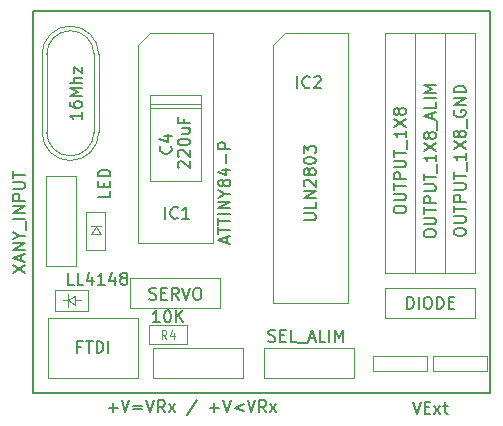
<source format=gbr>
G04 #@! TF.GenerationSoftware,KiCad,Pcbnew,(5.0.2)-1*
G04 #@! TF.CreationDate,2019-02-21T17:55:16+01:00*
G04 #@! TF.ProjectId,MutltiSwitch_Sw8,4d75746c-7469-4537-9769-7463685f5377,0.1*
G04 #@! TF.SameCoordinates,Original*
G04 #@! TF.FileFunction,Other,Fab,Top*
%FSLAX46Y46*%
G04 Gerber Fmt 4.6, Leading zero omitted, Abs format (unit mm)*
G04 Created by KiCad (PCBNEW (5.0.2)-1) date 21/02/2019 17:55:16*
%MOMM*%
%LPD*%
G01*
G04 APERTURE LIST*
%ADD10C,0.200000*%
%ADD11C,0.100000*%
%ADD12C,0.150000*%
%ADD13C,0.105000*%
G04 APERTURE END LIST*
D10*
X133350000Y-88265000D02*
X133350000Y-120650000D01*
X172085000Y-88265000D02*
X172085000Y-120650000D01*
X172085000Y-120650000D02*
X133350000Y-120650000D01*
X172085000Y-88265000D02*
X133350000Y-88265000D01*
D11*
G04 #@! TO.C,X1*
X134525000Y-98550000D02*
G75*
G03X136525000Y-100550000I2000000J0D01*
G01*
X136525000Y-100550000D02*
G75*
G03X138525000Y-98550000I0J2000000D01*
G01*
X136525000Y-89950000D02*
G75*
G03X134525000Y-91950000I0J-2000000D01*
G01*
X138525000Y-91950000D02*
G75*
G03X136525000Y-89950000I-2000000J0D01*
G01*
X138525000Y-98650000D02*
X138525000Y-91850000D01*
X134525000Y-98650000D02*
X134525000Y-91850000D01*
X134125000Y-91950000D02*
X134125000Y-98550000D01*
X138925000Y-98550000D02*
X138925000Y-91950000D01*
X134125000Y-98550000D02*
G75*
G03X136525000Y-100950000I2400000J0D01*
G01*
X136525000Y-100950000D02*
G75*
G03X138925000Y-98550000I0J2400000D01*
G01*
X136525000Y-89550000D02*
G75*
G03X134125000Y-91950000I0J-2400000D01*
G01*
X138925000Y-91950000D02*
G75*
G03X136525000Y-89550000I-2400000J0D01*
G01*
G04 #@! TO.C,P10*
X168275000Y-108585000D02*
X168275000Y-110490000D01*
X168275000Y-110490000D02*
X170815000Y-110490000D01*
X170815000Y-110490000D02*
X170815000Y-108585000D01*
X170815000Y-90170000D02*
X170815000Y-108585000D01*
X168275000Y-108585000D02*
X168275000Y-90170000D01*
X170815000Y-90170000D02*
X168275000Y-90170000D01*
G04 #@! TO.C,P7*
X165735000Y-108585000D02*
X165735000Y-110490000D01*
X165735000Y-110490000D02*
X168275000Y-110490000D01*
X168275000Y-110490000D02*
X168275000Y-108585000D01*
X168275000Y-90170000D02*
X168275000Y-108585000D01*
X165735000Y-108585000D02*
X165735000Y-90170000D01*
X168275000Y-90170000D02*
X165735000Y-90170000D01*
G04 #@! TO.C,IC1*
X143240000Y-90170000D02*
X148590000Y-90170000D01*
X148590000Y-90170000D02*
X148590000Y-107950000D01*
X148590000Y-107950000D02*
X142240000Y-107950000D01*
X142240000Y-107950000D02*
X142240000Y-91170000D01*
X142240000Y-91170000D02*
X143240000Y-90170000D01*
G04 #@! TO.C,P6*
X166751000Y-118745000D02*
X166751000Y-117475000D01*
X166751000Y-117475000D02*
X162179000Y-117475000D01*
X162179000Y-117475000D02*
X162179000Y-118745000D01*
X162179000Y-118745000D02*
X166751000Y-118745000D01*
X171831000Y-118745000D02*
X171831000Y-117475000D01*
X171831000Y-117475000D02*
X167259000Y-117475000D01*
X167259000Y-117475000D02*
X167259000Y-118745000D01*
X167259000Y-118745000D02*
X171831000Y-118745000D01*
G04 #@! TO.C,P5*
X163195000Y-108585000D02*
X163195000Y-110490000D01*
X163195000Y-110490000D02*
X165735000Y-110490000D01*
X165735000Y-110490000D02*
X165735000Y-108585000D01*
X165735000Y-90170000D02*
X165735000Y-108585000D01*
X163195000Y-108585000D02*
X163195000Y-90170000D01*
X165735000Y-90170000D02*
X163195000Y-90170000D01*
G04 #@! TO.C,D1*
X139084000Y-106485000D02*
X138284000Y-106485000D01*
X138684000Y-106535000D02*
X139084000Y-107135000D01*
X138284000Y-107135000D02*
X138684000Y-106535000D01*
X139084000Y-107135000D02*
X138284000Y-107135000D01*
X137884000Y-108535000D02*
X137884000Y-105335000D01*
X139484000Y-108535000D02*
X137884000Y-108535000D01*
X139484000Y-105335000D02*
X139484000Y-108535000D01*
X137884000Y-105335000D02*
X139484000Y-105335000D01*
G04 #@! TO.C,IC2*
X154670000Y-90170000D02*
X160020000Y-90170000D01*
X160020000Y-90170000D02*
X160020000Y-113030000D01*
X160020000Y-113030000D02*
X153670000Y-113030000D01*
X153670000Y-113030000D02*
X153670000Y-91170000D01*
X153670000Y-91170000D02*
X154670000Y-90170000D01*
G04 #@! TO.C,P1*
X143510000Y-119380000D02*
X151130000Y-119380000D01*
X151130000Y-119380000D02*
X151130000Y-116840000D01*
X151130000Y-116840000D02*
X143510000Y-116840000D01*
X143510000Y-116840000D02*
X143510000Y-119380000D01*
G04 #@! TO.C,P2*
X134493000Y-102235000D02*
X134493000Y-109855000D01*
X134493000Y-109855000D02*
X137033000Y-109855000D01*
X137033000Y-109855000D02*
X137033000Y-102235000D01*
X137033000Y-102235000D02*
X134493000Y-102235000D01*
G04 #@! TO.C,P3*
X141605000Y-113411000D02*
X149225000Y-113411000D01*
X149225000Y-113411000D02*
X149225000Y-110871000D01*
X149225000Y-110871000D02*
X141605000Y-110871000D01*
X141605000Y-110871000D02*
X141605000Y-113411000D01*
G04 #@! TO.C,P4*
X163195000Y-114300000D02*
X170815000Y-114300000D01*
X170815000Y-114300000D02*
X170815000Y-111760000D01*
X170815000Y-111760000D02*
X163195000Y-111760000D01*
X163195000Y-111760000D02*
X163195000Y-114300000D01*
G04 #@! TO.C,D3*
X136902000Y-112776000D02*
X137402000Y-112776000D01*
X136902000Y-113176000D02*
X136302000Y-112776000D01*
X136902000Y-112376000D02*
X136902000Y-113176000D01*
X136302000Y-112776000D02*
X136902000Y-112376000D01*
X136302000Y-112776000D02*
X136302000Y-113326000D01*
X136302000Y-112776000D02*
X136302000Y-112226000D01*
X135902000Y-112776000D02*
X136302000Y-112776000D01*
X135252000Y-113676000D02*
X135252000Y-111876000D01*
X138052000Y-113676000D02*
X135252000Y-113676000D01*
X138052000Y-111876000D02*
X138052000Y-113676000D01*
X135252000Y-111876000D02*
X138052000Y-111876000D01*
G04 #@! TO.C,P8*
X152908000Y-119380000D02*
X160528000Y-119380000D01*
X160528000Y-119380000D02*
X160528000Y-116840000D01*
X160528000Y-116840000D02*
X152908000Y-116840000D01*
X152908000Y-116840000D02*
X152908000Y-119380000D01*
G04 #@! TO.C,R4*
X146380000Y-114897000D02*
X146380000Y-116497000D01*
X143180000Y-114897000D02*
X146380000Y-114897000D01*
X143180000Y-116497000D02*
X143180000Y-114897000D01*
X146380000Y-116497000D02*
X143180000Y-116497000D01*
G04 #@! TO.C,P9*
X134620000Y-119380000D02*
X142240000Y-119380000D01*
X142240000Y-119380000D02*
X142240000Y-114300000D01*
X142240000Y-114300000D02*
X134620000Y-114300000D01*
X134620000Y-114300000D02*
X134620000Y-119380000D01*
G04 #@! TO.C,C4*
X147565000Y-95410000D02*
X143265000Y-95410000D01*
X143265000Y-95410000D02*
X143265000Y-102710000D01*
X143265000Y-102710000D02*
X147565000Y-102710000D01*
X147565000Y-102710000D02*
X147565000Y-95410000D01*
X147565000Y-96140000D02*
X143265000Y-96140000D01*
X147565000Y-96505000D02*
X143265000Y-96505000D01*
G04 #@! TD*
G04 #@! TO.C,X1*
D12*
X137477380Y-96869047D02*
X137477380Y-97440476D01*
X137477380Y-97154761D02*
X136477380Y-97154761D01*
X136620238Y-97250000D01*
X136715476Y-97345238D01*
X136763095Y-97440476D01*
X136477380Y-96011904D02*
X136477380Y-96202380D01*
X136525000Y-96297619D01*
X136572619Y-96345238D01*
X136715476Y-96440476D01*
X136905952Y-96488095D01*
X137286904Y-96488095D01*
X137382142Y-96440476D01*
X137429761Y-96392857D01*
X137477380Y-96297619D01*
X137477380Y-96107142D01*
X137429761Y-96011904D01*
X137382142Y-95964285D01*
X137286904Y-95916666D01*
X137048809Y-95916666D01*
X136953571Y-95964285D01*
X136905952Y-96011904D01*
X136858333Y-96107142D01*
X136858333Y-96297619D01*
X136905952Y-96392857D01*
X136953571Y-96440476D01*
X137048809Y-96488095D01*
X137477380Y-95488095D02*
X136477380Y-95488095D01*
X137191666Y-95154761D01*
X136477380Y-94821428D01*
X137477380Y-94821428D01*
X137477380Y-94345238D02*
X136477380Y-94345238D01*
X137477380Y-93916666D02*
X136953571Y-93916666D01*
X136858333Y-93964285D01*
X136810714Y-94059523D01*
X136810714Y-94202380D01*
X136858333Y-94297619D01*
X136905952Y-94345238D01*
X136810714Y-93535714D02*
X136810714Y-93011904D01*
X137477380Y-93535714D01*
X137477380Y-93011904D01*
G04 #@! TO.C,P10*
X168997380Y-107084047D02*
X168997380Y-106893571D01*
X169045000Y-106798333D01*
X169140238Y-106703095D01*
X169330714Y-106655476D01*
X169664047Y-106655476D01*
X169854523Y-106703095D01*
X169949761Y-106798333D01*
X169997380Y-106893571D01*
X169997380Y-107084047D01*
X169949761Y-107179285D01*
X169854523Y-107274523D01*
X169664047Y-107322142D01*
X169330714Y-107322142D01*
X169140238Y-107274523D01*
X169045000Y-107179285D01*
X168997380Y-107084047D01*
X168997380Y-106226904D02*
X169806904Y-106226904D01*
X169902142Y-106179285D01*
X169949761Y-106131666D01*
X169997380Y-106036428D01*
X169997380Y-105845952D01*
X169949761Y-105750714D01*
X169902142Y-105703095D01*
X169806904Y-105655476D01*
X168997380Y-105655476D01*
X168997380Y-105322142D02*
X168997380Y-104750714D01*
X169997380Y-105036428D02*
X168997380Y-105036428D01*
X169997380Y-104417380D02*
X168997380Y-104417380D01*
X168997380Y-104036428D01*
X169045000Y-103941190D01*
X169092619Y-103893571D01*
X169187857Y-103845952D01*
X169330714Y-103845952D01*
X169425952Y-103893571D01*
X169473571Y-103941190D01*
X169521190Y-104036428D01*
X169521190Y-104417380D01*
X168997380Y-103417380D02*
X169806904Y-103417380D01*
X169902142Y-103369761D01*
X169949761Y-103322142D01*
X169997380Y-103226904D01*
X169997380Y-103036428D01*
X169949761Y-102941190D01*
X169902142Y-102893571D01*
X169806904Y-102845952D01*
X168997380Y-102845952D01*
X168997380Y-102512619D02*
X168997380Y-101941190D01*
X169997380Y-102226904D02*
X168997380Y-102226904D01*
X170092619Y-101845952D02*
X170092619Y-101084047D01*
X169997380Y-100322142D02*
X169997380Y-100893571D01*
X169997380Y-100607857D02*
X168997380Y-100607857D01*
X169140238Y-100703095D01*
X169235476Y-100798333D01*
X169283095Y-100893571D01*
X168997380Y-99988809D02*
X169997380Y-99322142D01*
X168997380Y-99322142D02*
X169997380Y-99988809D01*
X169425952Y-98798333D02*
X169378333Y-98893571D01*
X169330714Y-98941190D01*
X169235476Y-98988809D01*
X169187857Y-98988809D01*
X169092619Y-98941190D01*
X169045000Y-98893571D01*
X168997380Y-98798333D01*
X168997380Y-98607857D01*
X169045000Y-98512619D01*
X169092619Y-98465000D01*
X169187857Y-98417380D01*
X169235476Y-98417380D01*
X169330714Y-98465000D01*
X169378333Y-98512619D01*
X169425952Y-98607857D01*
X169425952Y-98798333D01*
X169473571Y-98893571D01*
X169521190Y-98941190D01*
X169616428Y-98988809D01*
X169806904Y-98988809D01*
X169902142Y-98941190D01*
X169949761Y-98893571D01*
X169997380Y-98798333D01*
X169997380Y-98607857D01*
X169949761Y-98512619D01*
X169902142Y-98465000D01*
X169806904Y-98417380D01*
X169616428Y-98417380D01*
X169521190Y-98465000D01*
X169473571Y-98512619D01*
X169425952Y-98607857D01*
X170092619Y-98226904D02*
X170092619Y-97465000D01*
X169045000Y-96703095D02*
X168997380Y-96798333D01*
X168997380Y-96941190D01*
X169045000Y-97084047D01*
X169140238Y-97179285D01*
X169235476Y-97226904D01*
X169425952Y-97274523D01*
X169568809Y-97274523D01*
X169759285Y-97226904D01*
X169854523Y-97179285D01*
X169949761Y-97084047D01*
X169997380Y-96941190D01*
X169997380Y-96845952D01*
X169949761Y-96703095D01*
X169902142Y-96655476D01*
X169568809Y-96655476D01*
X169568809Y-96845952D01*
X169997380Y-96226904D02*
X168997380Y-96226904D01*
X169997380Y-95655476D01*
X168997380Y-95655476D01*
X169997380Y-95179285D02*
X168997380Y-95179285D01*
X168997380Y-94941190D01*
X169045000Y-94798333D01*
X169140238Y-94703095D01*
X169235476Y-94655476D01*
X169425952Y-94607857D01*
X169568809Y-94607857D01*
X169759285Y-94655476D01*
X169854523Y-94703095D01*
X169949761Y-94798333D01*
X169997380Y-94941190D01*
X169997380Y-95179285D01*
G04 #@! TO.C,P7*
X166457380Y-107203095D02*
X166457380Y-107012619D01*
X166505000Y-106917380D01*
X166600238Y-106822142D01*
X166790714Y-106774523D01*
X167124047Y-106774523D01*
X167314523Y-106822142D01*
X167409761Y-106917380D01*
X167457380Y-107012619D01*
X167457380Y-107203095D01*
X167409761Y-107298333D01*
X167314523Y-107393571D01*
X167124047Y-107441190D01*
X166790714Y-107441190D01*
X166600238Y-107393571D01*
X166505000Y-107298333D01*
X166457380Y-107203095D01*
X166457380Y-106345952D02*
X167266904Y-106345952D01*
X167362142Y-106298333D01*
X167409761Y-106250714D01*
X167457380Y-106155476D01*
X167457380Y-105965000D01*
X167409761Y-105869761D01*
X167362142Y-105822142D01*
X167266904Y-105774523D01*
X166457380Y-105774523D01*
X166457380Y-105441190D02*
X166457380Y-104869761D01*
X167457380Y-105155476D02*
X166457380Y-105155476D01*
X167457380Y-104536428D02*
X166457380Y-104536428D01*
X166457380Y-104155476D01*
X166505000Y-104060238D01*
X166552619Y-104012619D01*
X166647857Y-103965000D01*
X166790714Y-103965000D01*
X166885952Y-104012619D01*
X166933571Y-104060238D01*
X166981190Y-104155476D01*
X166981190Y-104536428D01*
X166457380Y-103536428D02*
X167266904Y-103536428D01*
X167362142Y-103488809D01*
X167409761Y-103441190D01*
X167457380Y-103345952D01*
X167457380Y-103155476D01*
X167409761Y-103060238D01*
X167362142Y-103012619D01*
X167266904Y-102965000D01*
X166457380Y-102965000D01*
X166457380Y-102631666D02*
X166457380Y-102060238D01*
X167457380Y-102345952D02*
X166457380Y-102345952D01*
X167552619Y-101965000D02*
X167552619Y-101203095D01*
X167457380Y-100441190D02*
X167457380Y-101012619D01*
X167457380Y-100726904D02*
X166457380Y-100726904D01*
X166600238Y-100822142D01*
X166695476Y-100917380D01*
X166743095Y-101012619D01*
X166457380Y-100107857D02*
X167457380Y-99441190D01*
X166457380Y-99441190D02*
X167457380Y-100107857D01*
X166885952Y-98917380D02*
X166838333Y-99012619D01*
X166790714Y-99060238D01*
X166695476Y-99107857D01*
X166647857Y-99107857D01*
X166552619Y-99060238D01*
X166505000Y-99012619D01*
X166457380Y-98917380D01*
X166457380Y-98726904D01*
X166505000Y-98631666D01*
X166552619Y-98584047D01*
X166647857Y-98536428D01*
X166695476Y-98536428D01*
X166790714Y-98584047D01*
X166838333Y-98631666D01*
X166885952Y-98726904D01*
X166885952Y-98917380D01*
X166933571Y-99012619D01*
X166981190Y-99060238D01*
X167076428Y-99107857D01*
X167266904Y-99107857D01*
X167362142Y-99060238D01*
X167409761Y-99012619D01*
X167457380Y-98917380D01*
X167457380Y-98726904D01*
X167409761Y-98631666D01*
X167362142Y-98584047D01*
X167266904Y-98536428D01*
X167076428Y-98536428D01*
X166981190Y-98584047D01*
X166933571Y-98631666D01*
X166885952Y-98726904D01*
X167552619Y-98345952D02*
X167552619Y-97584047D01*
X167171666Y-97393571D02*
X167171666Y-96917380D01*
X167457380Y-97488809D02*
X166457380Y-97155476D01*
X167457380Y-96822142D01*
X167457380Y-96012619D02*
X167457380Y-96488809D01*
X166457380Y-96488809D01*
X167457380Y-95679285D02*
X166457380Y-95679285D01*
X167457380Y-95203095D02*
X166457380Y-95203095D01*
X167171666Y-94869761D01*
X166457380Y-94536428D01*
X167457380Y-94536428D01*
G04 #@! TO.C,IC1*
X149772666Y-107893904D02*
X149772666Y-107417714D01*
X150058380Y-107989142D02*
X149058380Y-107655809D01*
X150058380Y-107322476D01*
X149058380Y-107132000D02*
X149058380Y-106560571D01*
X150058380Y-106846285D02*
X149058380Y-106846285D01*
X149058380Y-106370095D02*
X149058380Y-105798666D01*
X150058380Y-106084380D02*
X149058380Y-106084380D01*
X150058380Y-105465333D02*
X149058380Y-105465333D01*
X150058380Y-104989142D02*
X149058380Y-104989142D01*
X150058380Y-104417714D01*
X149058380Y-104417714D01*
X149582190Y-103751047D02*
X150058380Y-103751047D01*
X149058380Y-104084380D02*
X149582190Y-103751047D01*
X149058380Y-103417714D01*
X149486952Y-102941523D02*
X149439333Y-103036761D01*
X149391714Y-103084380D01*
X149296476Y-103132000D01*
X149248857Y-103132000D01*
X149153619Y-103084380D01*
X149106000Y-103036761D01*
X149058380Y-102941523D01*
X149058380Y-102751047D01*
X149106000Y-102655809D01*
X149153619Y-102608190D01*
X149248857Y-102560571D01*
X149296476Y-102560571D01*
X149391714Y-102608190D01*
X149439333Y-102655809D01*
X149486952Y-102751047D01*
X149486952Y-102941523D01*
X149534571Y-103036761D01*
X149582190Y-103084380D01*
X149677428Y-103132000D01*
X149867904Y-103132000D01*
X149963142Y-103084380D01*
X150010761Y-103036761D01*
X150058380Y-102941523D01*
X150058380Y-102751047D01*
X150010761Y-102655809D01*
X149963142Y-102608190D01*
X149867904Y-102560571D01*
X149677428Y-102560571D01*
X149582190Y-102608190D01*
X149534571Y-102655809D01*
X149486952Y-102751047D01*
X149391714Y-101703428D02*
X150058380Y-101703428D01*
X149010761Y-101941523D02*
X149725047Y-102179619D01*
X149725047Y-101560571D01*
X149677428Y-101179619D02*
X149677428Y-100417714D01*
X150058380Y-99941523D02*
X149058380Y-99941523D01*
X149058380Y-99560571D01*
X149106000Y-99465333D01*
X149153619Y-99417714D01*
X149248857Y-99370095D01*
X149391714Y-99370095D01*
X149486952Y-99417714D01*
X149534571Y-99465333D01*
X149582190Y-99560571D01*
X149582190Y-99941523D01*
X144565809Y-105862380D02*
X144565809Y-104862380D01*
X145613428Y-105767142D02*
X145565809Y-105814761D01*
X145422952Y-105862380D01*
X145327714Y-105862380D01*
X145184857Y-105814761D01*
X145089619Y-105719523D01*
X145042000Y-105624285D01*
X144994380Y-105433809D01*
X144994380Y-105290952D01*
X145042000Y-105100476D01*
X145089619Y-105005238D01*
X145184857Y-104910000D01*
X145327714Y-104862380D01*
X145422952Y-104862380D01*
X145565809Y-104910000D01*
X145613428Y-104957619D01*
X146565809Y-105862380D02*
X145994380Y-105862380D01*
X146280095Y-105862380D02*
X146280095Y-104862380D01*
X146184857Y-105005238D01*
X146089619Y-105100476D01*
X145994380Y-105148095D01*
G04 #@! TO.C,P6*
X165528809Y-121372380D02*
X165862142Y-122372380D01*
X166195476Y-121372380D01*
X166528809Y-121848571D02*
X166862142Y-121848571D01*
X167005000Y-122372380D02*
X166528809Y-122372380D01*
X166528809Y-121372380D01*
X167005000Y-121372380D01*
X167338333Y-122372380D02*
X167862142Y-121705714D01*
X167338333Y-121705714D02*
X167862142Y-122372380D01*
X168100238Y-121705714D02*
X168481190Y-121705714D01*
X168243095Y-121372380D02*
X168243095Y-122229523D01*
X168290714Y-122324761D01*
X168385952Y-122372380D01*
X168481190Y-122372380D01*
G04 #@! TO.C,P5*
X163917380Y-105179285D02*
X163917380Y-104988809D01*
X163965000Y-104893571D01*
X164060238Y-104798333D01*
X164250714Y-104750714D01*
X164584047Y-104750714D01*
X164774523Y-104798333D01*
X164869761Y-104893571D01*
X164917380Y-104988809D01*
X164917380Y-105179285D01*
X164869761Y-105274523D01*
X164774523Y-105369761D01*
X164584047Y-105417380D01*
X164250714Y-105417380D01*
X164060238Y-105369761D01*
X163965000Y-105274523D01*
X163917380Y-105179285D01*
X163917380Y-104322142D02*
X164726904Y-104322142D01*
X164822142Y-104274523D01*
X164869761Y-104226904D01*
X164917380Y-104131666D01*
X164917380Y-103941190D01*
X164869761Y-103845952D01*
X164822142Y-103798333D01*
X164726904Y-103750714D01*
X163917380Y-103750714D01*
X163917380Y-103417380D02*
X163917380Y-102845952D01*
X164917380Y-103131666D02*
X163917380Y-103131666D01*
X164917380Y-102512619D02*
X163917380Y-102512619D01*
X163917380Y-102131666D01*
X163965000Y-102036428D01*
X164012619Y-101988809D01*
X164107857Y-101941190D01*
X164250714Y-101941190D01*
X164345952Y-101988809D01*
X164393571Y-102036428D01*
X164441190Y-102131666D01*
X164441190Y-102512619D01*
X163917380Y-101512619D02*
X164726904Y-101512619D01*
X164822142Y-101465000D01*
X164869761Y-101417380D01*
X164917380Y-101322142D01*
X164917380Y-101131666D01*
X164869761Y-101036428D01*
X164822142Y-100988809D01*
X164726904Y-100941190D01*
X163917380Y-100941190D01*
X163917380Y-100607857D02*
X163917380Y-100036428D01*
X164917380Y-100322142D02*
X163917380Y-100322142D01*
X165012619Y-99941190D02*
X165012619Y-99179285D01*
X164917380Y-98417380D02*
X164917380Y-98988809D01*
X164917380Y-98703095D02*
X163917380Y-98703095D01*
X164060238Y-98798333D01*
X164155476Y-98893571D01*
X164203095Y-98988809D01*
X163917380Y-98084047D02*
X164917380Y-97417380D01*
X163917380Y-97417380D02*
X164917380Y-98084047D01*
X164345952Y-96893571D02*
X164298333Y-96988809D01*
X164250714Y-97036428D01*
X164155476Y-97084047D01*
X164107857Y-97084047D01*
X164012619Y-97036428D01*
X163965000Y-96988809D01*
X163917380Y-96893571D01*
X163917380Y-96703095D01*
X163965000Y-96607857D01*
X164012619Y-96560238D01*
X164107857Y-96512619D01*
X164155476Y-96512619D01*
X164250714Y-96560238D01*
X164298333Y-96607857D01*
X164345952Y-96703095D01*
X164345952Y-96893571D01*
X164393571Y-96988809D01*
X164441190Y-97036428D01*
X164536428Y-97084047D01*
X164726904Y-97084047D01*
X164822142Y-97036428D01*
X164869761Y-96988809D01*
X164917380Y-96893571D01*
X164917380Y-96703095D01*
X164869761Y-96607857D01*
X164822142Y-96560238D01*
X164726904Y-96512619D01*
X164536428Y-96512619D01*
X164441190Y-96560238D01*
X164393571Y-96607857D01*
X164345952Y-96703095D01*
G04 #@! TO.C,D1*
X139898380Y-103512857D02*
X139898380Y-103989047D01*
X138898380Y-103989047D01*
X139374571Y-103179523D02*
X139374571Y-102846190D01*
X139898380Y-102703333D02*
X139898380Y-103179523D01*
X138898380Y-103179523D01*
X138898380Y-102703333D01*
X139898380Y-102274761D02*
X138898380Y-102274761D01*
X138898380Y-102036666D01*
X138946000Y-101893809D01*
X139041238Y-101798571D01*
X139136476Y-101750952D01*
X139326952Y-101703333D01*
X139469809Y-101703333D01*
X139660285Y-101750952D01*
X139755523Y-101798571D01*
X139850761Y-101893809D01*
X139898380Y-102036666D01*
X139898380Y-102274761D01*
G04 #@! TO.C,IC2*
X156297380Y-105989047D02*
X157106904Y-105989047D01*
X157202142Y-105941428D01*
X157249761Y-105893809D01*
X157297380Y-105798571D01*
X157297380Y-105608095D01*
X157249761Y-105512857D01*
X157202142Y-105465238D01*
X157106904Y-105417619D01*
X156297380Y-105417619D01*
X157297380Y-104465238D02*
X157297380Y-104941428D01*
X156297380Y-104941428D01*
X157297380Y-104131904D02*
X156297380Y-104131904D01*
X157297380Y-103560476D01*
X156297380Y-103560476D01*
X156392619Y-103131904D02*
X156345000Y-103084285D01*
X156297380Y-102989047D01*
X156297380Y-102750952D01*
X156345000Y-102655714D01*
X156392619Y-102608095D01*
X156487857Y-102560476D01*
X156583095Y-102560476D01*
X156725952Y-102608095D01*
X157297380Y-103179523D01*
X157297380Y-102560476D01*
X156725952Y-101989047D02*
X156678333Y-102084285D01*
X156630714Y-102131904D01*
X156535476Y-102179523D01*
X156487857Y-102179523D01*
X156392619Y-102131904D01*
X156345000Y-102084285D01*
X156297380Y-101989047D01*
X156297380Y-101798571D01*
X156345000Y-101703333D01*
X156392619Y-101655714D01*
X156487857Y-101608095D01*
X156535476Y-101608095D01*
X156630714Y-101655714D01*
X156678333Y-101703333D01*
X156725952Y-101798571D01*
X156725952Y-101989047D01*
X156773571Y-102084285D01*
X156821190Y-102131904D01*
X156916428Y-102179523D01*
X157106904Y-102179523D01*
X157202142Y-102131904D01*
X157249761Y-102084285D01*
X157297380Y-101989047D01*
X157297380Y-101798571D01*
X157249761Y-101703333D01*
X157202142Y-101655714D01*
X157106904Y-101608095D01*
X156916428Y-101608095D01*
X156821190Y-101655714D01*
X156773571Y-101703333D01*
X156725952Y-101798571D01*
X156297380Y-100989047D02*
X156297380Y-100893809D01*
X156345000Y-100798571D01*
X156392619Y-100750952D01*
X156487857Y-100703333D01*
X156678333Y-100655714D01*
X156916428Y-100655714D01*
X157106904Y-100703333D01*
X157202142Y-100750952D01*
X157249761Y-100798571D01*
X157297380Y-100893809D01*
X157297380Y-100989047D01*
X157249761Y-101084285D01*
X157202142Y-101131904D01*
X157106904Y-101179523D01*
X156916428Y-101227142D01*
X156678333Y-101227142D01*
X156487857Y-101179523D01*
X156392619Y-101131904D01*
X156345000Y-101084285D01*
X156297380Y-100989047D01*
X156297380Y-100322380D02*
X156297380Y-99703333D01*
X156678333Y-100036666D01*
X156678333Y-99893809D01*
X156725952Y-99798571D01*
X156773571Y-99750952D01*
X156868809Y-99703333D01*
X157106904Y-99703333D01*
X157202142Y-99750952D01*
X157249761Y-99798571D01*
X157297380Y-99893809D01*
X157297380Y-100179523D01*
X157249761Y-100274761D01*
X157202142Y-100322380D01*
X155741809Y-94813380D02*
X155741809Y-93813380D01*
X156789428Y-94718142D02*
X156741809Y-94765761D01*
X156598952Y-94813380D01*
X156503714Y-94813380D01*
X156360857Y-94765761D01*
X156265619Y-94670523D01*
X156218000Y-94575285D01*
X156170380Y-94384809D01*
X156170380Y-94241952D01*
X156218000Y-94051476D01*
X156265619Y-93956238D01*
X156360857Y-93861000D01*
X156503714Y-93813380D01*
X156598952Y-93813380D01*
X156741809Y-93861000D01*
X156789428Y-93908619D01*
X157170380Y-93908619D02*
X157218000Y-93861000D01*
X157313238Y-93813380D01*
X157551333Y-93813380D01*
X157646571Y-93861000D01*
X157694190Y-93908619D01*
X157741809Y-94003857D01*
X157741809Y-94099095D01*
X157694190Y-94241952D01*
X157122761Y-94813380D01*
X157741809Y-94813380D01*
G04 #@! TO.C,P1*
X139764380Y-121864428D02*
X140526285Y-121864428D01*
X140145333Y-122245380D02*
X140145333Y-121483476D01*
X140859619Y-121245380D02*
X141192952Y-122245380D01*
X141526285Y-121245380D01*
X141859619Y-121721571D02*
X142621523Y-121721571D01*
X142621523Y-122007285D02*
X141859619Y-122007285D01*
X142954857Y-121245380D02*
X143288190Y-122245380D01*
X143621523Y-121245380D01*
X144526285Y-122245380D02*
X144192952Y-121769190D01*
X143954857Y-122245380D02*
X143954857Y-121245380D01*
X144335809Y-121245380D01*
X144431047Y-121293000D01*
X144478666Y-121340619D01*
X144526285Y-121435857D01*
X144526285Y-121578714D01*
X144478666Y-121673952D01*
X144431047Y-121721571D01*
X144335809Y-121769190D01*
X143954857Y-121769190D01*
X144859619Y-122245380D02*
X145383428Y-121578714D01*
X144859619Y-121578714D02*
X145383428Y-122245380D01*
X147240571Y-121197761D02*
X146383428Y-122483476D01*
X148335809Y-121864428D02*
X149097714Y-121864428D01*
X148716761Y-122245380D02*
X148716761Y-121483476D01*
X149431047Y-121245380D02*
X149764380Y-122245380D01*
X150097714Y-121245380D01*
X151192952Y-121578714D02*
X150431047Y-121864428D01*
X151192952Y-122150142D01*
X151526285Y-121245380D02*
X151859619Y-122245380D01*
X152192952Y-121245380D01*
X153097714Y-122245380D02*
X152764380Y-121769190D01*
X152526285Y-122245380D02*
X152526285Y-121245380D01*
X152907238Y-121245380D01*
X153002476Y-121293000D01*
X153050095Y-121340619D01*
X153097714Y-121435857D01*
X153097714Y-121578714D01*
X153050095Y-121673952D01*
X153002476Y-121721571D01*
X152907238Y-121769190D01*
X152526285Y-121769190D01*
X153431047Y-122245380D02*
X153954857Y-121578714D01*
X153431047Y-121578714D02*
X153954857Y-122245380D01*
G04 #@! TO.C,P2*
X131659380Y-110433904D02*
X132659380Y-109767238D01*
X131659380Y-109767238D02*
X132659380Y-110433904D01*
X132373666Y-109433904D02*
X132373666Y-108957714D01*
X132659380Y-109529142D02*
X131659380Y-109195809D01*
X132659380Y-108862476D01*
X132659380Y-108529142D02*
X131659380Y-108529142D01*
X132659380Y-107957714D01*
X131659380Y-107957714D01*
X132183190Y-107291047D02*
X132659380Y-107291047D01*
X131659380Y-107624380D02*
X132183190Y-107291047D01*
X131659380Y-106957714D01*
X132754619Y-106862476D02*
X132754619Y-106100571D01*
X132659380Y-105862476D02*
X131659380Y-105862476D01*
X132659380Y-105386285D02*
X131659380Y-105386285D01*
X132659380Y-104814857D01*
X131659380Y-104814857D01*
X132659380Y-104338666D02*
X131659380Y-104338666D01*
X131659380Y-103957714D01*
X131707000Y-103862476D01*
X131754619Y-103814857D01*
X131849857Y-103767238D01*
X131992714Y-103767238D01*
X132087952Y-103814857D01*
X132135571Y-103862476D01*
X132183190Y-103957714D01*
X132183190Y-104338666D01*
X131659380Y-103338666D02*
X132468904Y-103338666D01*
X132564142Y-103291047D01*
X132611761Y-103243428D01*
X132659380Y-103148190D01*
X132659380Y-102957714D01*
X132611761Y-102862476D01*
X132564142Y-102814857D01*
X132468904Y-102767238D01*
X131659380Y-102767238D01*
X131659380Y-102433904D02*
X131659380Y-101862476D01*
X132659380Y-102148190D02*
X131659380Y-102148190D01*
G04 #@! TO.C,P3*
X143224523Y-112672761D02*
X143367380Y-112720380D01*
X143605476Y-112720380D01*
X143700714Y-112672761D01*
X143748333Y-112625142D01*
X143795952Y-112529904D01*
X143795952Y-112434666D01*
X143748333Y-112339428D01*
X143700714Y-112291809D01*
X143605476Y-112244190D01*
X143415000Y-112196571D01*
X143319761Y-112148952D01*
X143272142Y-112101333D01*
X143224523Y-112006095D01*
X143224523Y-111910857D01*
X143272142Y-111815619D01*
X143319761Y-111768000D01*
X143415000Y-111720380D01*
X143653095Y-111720380D01*
X143795952Y-111768000D01*
X144224523Y-112196571D02*
X144557857Y-112196571D01*
X144700714Y-112720380D02*
X144224523Y-112720380D01*
X144224523Y-111720380D01*
X144700714Y-111720380D01*
X145700714Y-112720380D02*
X145367380Y-112244190D01*
X145129285Y-112720380D02*
X145129285Y-111720380D01*
X145510238Y-111720380D01*
X145605476Y-111768000D01*
X145653095Y-111815619D01*
X145700714Y-111910857D01*
X145700714Y-112053714D01*
X145653095Y-112148952D01*
X145605476Y-112196571D01*
X145510238Y-112244190D01*
X145129285Y-112244190D01*
X145986428Y-111720380D02*
X146319761Y-112720380D01*
X146653095Y-111720380D01*
X147176904Y-111720380D02*
X147367380Y-111720380D01*
X147462619Y-111768000D01*
X147557857Y-111863238D01*
X147605476Y-112053714D01*
X147605476Y-112387047D01*
X147557857Y-112577523D01*
X147462619Y-112672761D01*
X147367380Y-112720380D01*
X147176904Y-112720380D01*
X147081666Y-112672761D01*
X146986428Y-112577523D01*
X146938809Y-112387047D01*
X146938809Y-112053714D01*
X146986428Y-111863238D01*
X147081666Y-111768000D01*
X147176904Y-111720380D01*
G04 #@! TO.C,P4*
X165028809Y-113482380D02*
X165028809Y-112482380D01*
X165266904Y-112482380D01*
X165409761Y-112530000D01*
X165505000Y-112625238D01*
X165552619Y-112720476D01*
X165600238Y-112910952D01*
X165600238Y-113053809D01*
X165552619Y-113244285D01*
X165505000Y-113339523D01*
X165409761Y-113434761D01*
X165266904Y-113482380D01*
X165028809Y-113482380D01*
X166028809Y-113482380D02*
X166028809Y-112482380D01*
X166695476Y-112482380D02*
X166885952Y-112482380D01*
X166981190Y-112530000D01*
X167076428Y-112625238D01*
X167124047Y-112815714D01*
X167124047Y-113149047D01*
X167076428Y-113339523D01*
X166981190Y-113434761D01*
X166885952Y-113482380D01*
X166695476Y-113482380D01*
X166600238Y-113434761D01*
X166505000Y-113339523D01*
X166457380Y-113149047D01*
X166457380Y-112815714D01*
X166505000Y-112625238D01*
X166600238Y-112530000D01*
X166695476Y-112482380D01*
X167552619Y-113482380D02*
X167552619Y-112482380D01*
X167790714Y-112482380D01*
X167933571Y-112530000D01*
X168028809Y-112625238D01*
X168076428Y-112720476D01*
X168124047Y-112910952D01*
X168124047Y-113053809D01*
X168076428Y-113244285D01*
X168028809Y-113339523D01*
X167933571Y-113434761D01*
X167790714Y-113482380D01*
X167552619Y-113482380D01*
X168552619Y-112958571D02*
X168885952Y-112958571D01*
X169028809Y-113482380D02*
X168552619Y-113482380D01*
X168552619Y-112482380D01*
X169028809Y-112482380D01*
G04 #@! TO.C,D3*
X136811000Y-111450380D02*
X136334809Y-111450380D01*
X136334809Y-110450380D01*
X137620523Y-111450380D02*
X137144333Y-111450380D01*
X137144333Y-110450380D01*
X138382428Y-110783714D02*
X138382428Y-111450380D01*
X138144333Y-110402761D02*
X137906238Y-111117047D01*
X138525285Y-111117047D01*
X139430047Y-111450380D02*
X138858619Y-111450380D01*
X139144333Y-111450380D02*
X139144333Y-110450380D01*
X139049095Y-110593238D01*
X138953857Y-110688476D01*
X138858619Y-110736095D01*
X140287190Y-110783714D02*
X140287190Y-111450380D01*
X140049095Y-110402761D02*
X139811000Y-111117047D01*
X140430047Y-111117047D01*
X140953857Y-110878952D02*
X140858619Y-110831333D01*
X140811000Y-110783714D01*
X140763380Y-110688476D01*
X140763380Y-110640857D01*
X140811000Y-110545619D01*
X140858619Y-110498000D01*
X140953857Y-110450380D01*
X141144333Y-110450380D01*
X141239571Y-110498000D01*
X141287190Y-110545619D01*
X141334809Y-110640857D01*
X141334809Y-110688476D01*
X141287190Y-110783714D01*
X141239571Y-110831333D01*
X141144333Y-110878952D01*
X140953857Y-110878952D01*
X140858619Y-110926571D01*
X140811000Y-110974190D01*
X140763380Y-111069428D01*
X140763380Y-111259904D01*
X140811000Y-111355142D01*
X140858619Y-111402761D01*
X140953857Y-111450380D01*
X141144333Y-111450380D01*
X141239571Y-111402761D01*
X141287190Y-111355142D01*
X141334809Y-111259904D01*
X141334809Y-111069428D01*
X141287190Y-110974190D01*
X141239571Y-110926571D01*
X141144333Y-110878952D01*
G04 #@! TO.C,P8*
X153297333Y-116228761D02*
X153440190Y-116276380D01*
X153678285Y-116276380D01*
X153773523Y-116228761D01*
X153821142Y-116181142D01*
X153868761Y-116085904D01*
X153868761Y-115990666D01*
X153821142Y-115895428D01*
X153773523Y-115847809D01*
X153678285Y-115800190D01*
X153487809Y-115752571D01*
X153392571Y-115704952D01*
X153344952Y-115657333D01*
X153297333Y-115562095D01*
X153297333Y-115466857D01*
X153344952Y-115371619D01*
X153392571Y-115324000D01*
X153487809Y-115276380D01*
X153725904Y-115276380D01*
X153868761Y-115324000D01*
X154297333Y-115752571D02*
X154630666Y-115752571D01*
X154773523Y-116276380D02*
X154297333Y-116276380D01*
X154297333Y-115276380D01*
X154773523Y-115276380D01*
X155678285Y-116276380D02*
X155202095Y-116276380D01*
X155202095Y-115276380D01*
X155773523Y-116371619D02*
X156535428Y-116371619D01*
X156725904Y-115990666D02*
X157202095Y-115990666D01*
X156630666Y-116276380D02*
X156964000Y-115276380D01*
X157297333Y-116276380D01*
X158106857Y-116276380D02*
X157630666Y-116276380D01*
X157630666Y-115276380D01*
X158440190Y-116276380D02*
X158440190Y-115276380D01*
X158916380Y-116276380D02*
X158916380Y-115276380D01*
X159249714Y-115990666D01*
X159583047Y-115276380D01*
X159583047Y-116276380D01*
G04 #@! TO.C,R4*
X144089523Y-114625380D02*
X143518095Y-114625380D01*
X143803809Y-114625380D02*
X143803809Y-113625380D01*
X143708571Y-113768238D01*
X143613333Y-113863476D01*
X143518095Y-113911095D01*
X144708571Y-113625380D02*
X144803809Y-113625380D01*
X144899047Y-113673000D01*
X144946666Y-113720619D01*
X144994285Y-113815857D01*
X145041904Y-114006333D01*
X145041904Y-114244428D01*
X144994285Y-114434904D01*
X144946666Y-114530142D01*
X144899047Y-114577761D01*
X144803809Y-114625380D01*
X144708571Y-114625380D01*
X144613333Y-114577761D01*
X144565714Y-114530142D01*
X144518095Y-114434904D01*
X144470476Y-114244428D01*
X144470476Y-114006333D01*
X144518095Y-113815857D01*
X144565714Y-113720619D01*
X144613333Y-113673000D01*
X144708571Y-113625380D01*
X145470476Y-114625380D02*
X145470476Y-113625380D01*
X146041904Y-114625380D02*
X145613333Y-114053952D01*
X146041904Y-113625380D02*
X145470476Y-114196809D01*
D13*
X144663333Y-116013666D02*
X144430000Y-115680333D01*
X144263333Y-116013666D02*
X144263333Y-115313666D01*
X144530000Y-115313666D01*
X144596666Y-115347000D01*
X144630000Y-115380333D01*
X144663333Y-115447000D01*
X144663333Y-115547000D01*
X144630000Y-115613666D01*
X144596666Y-115647000D01*
X144530000Y-115680333D01*
X144263333Y-115680333D01*
X145263333Y-115547000D02*
X145263333Y-116013666D01*
X145096666Y-115280333D02*
X144930000Y-115780333D01*
X145363333Y-115780333D01*
G04 #@! TO.C,P9*
D12*
X137453809Y-116705071D02*
X137120476Y-116705071D01*
X137120476Y-117228880D02*
X137120476Y-116228880D01*
X137596666Y-116228880D01*
X137834761Y-116228880D02*
X138406190Y-116228880D01*
X138120476Y-117228880D02*
X138120476Y-116228880D01*
X138739523Y-117228880D02*
X138739523Y-116228880D01*
X138977619Y-116228880D01*
X139120476Y-116276500D01*
X139215714Y-116371738D01*
X139263333Y-116466976D01*
X139310952Y-116657452D01*
X139310952Y-116800309D01*
X139263333Y-116990785D01*
X139215714Y-117086023D01*
X139120476Y-117181261D01*
X138977619Y-117228880D01*
X138739523Y-117228880D01*
X139739523Y-117228880D02*
X139739523Y-116228880D01*
G04 #@! TO.C,C4*
X145724619Y-101560047D02*
X145677000Y-101512428D01*
X145629380Y-101417190D01*
X145629380Y-101179095D01*
X145677000Y-101083857D01*
X145724619Y-101036238D01*
X145819857Y-100988619D01*
X145915095Y-100988619D01*
X146057952Y-101036238D01*
X146629380Y-101607666D01*
X146629380Y-100988619D01*
X145724619Y-100607666D02*
X145677000Y-100560047D01*
X145629380Y-100464809D01*
X145629380Y-100226714D01*
X145677000Y-100131476D01*
X145724619Y-100083857D01*
X145819857Y-100036238D01*
X145915095Y-100036238D01*
X146057952Y-100083857D01*
X146629380Y-100655285D01*
X146629380Y-100036238D01*
X145629380Y-99417190D02*
X145629380Y-99321952D01*
X145677000Y-99226714D01*
X145724619Y-99179095D01*
X145819857Y-99131476D01*
X146010333Y-99083857D01*
X146248428Y-99083857D01*
X146438904Y-99131476D01*
X146534142Y-99179095D01*
X146581761Y-99226714D01*
X146629380Y-99321952D01*
X146629380Y-99417190D01*
X146581761Y-99512428D01*
X146534142Y-99560047D01*
X146438904Y-99607666D01*
X146248428Y-99655285D01*
X146010333Y-99655285D01*
X145819857Y-99607666D01*
X145724619Y-99560047D01*
X145677000Y-99512428D01*
X145629380Y-99417190D01*
X145962714Y-98226714D02*
X146629380Y-98226714D01*
X145962714Y-98655285D02*
X146486523Y-98655285D01*
X146581761Y-98607666D01*
X146629380Y-98512428D01*
X146629380Y-98369571D01*
X146581761Y-98274333D01*
X146534142Y-98226714D01*
X146105571Y-97417190D02*
X146105571Y-97750523D01*
X146629380Y-97750523D02*
X145629380Y-97750523D01*
X145629380Y-97274333D01*
X145010142Y-99734666D02*
X145057761Y-99782285D01*
X145105380Y-99925142D01*
X145105380Y-100020380D01*
X145057761Y-100163238D01*
X144962523Y-100258476D01*
X144867285Y-100306095D01*
X144676809Y-100353714D01*
X144533952Y-100353714D01*
X144343476Y-100306095D01*
X144248238Y-100258476D01*
X144153000Y-100163238D01*
X144105380Y-100020380D01*
X144105380Y-99925142D01*
X144153000Y-99782285D01*
X144200619Y-99734666D01*
X144438714Y-98877523D02*
X145105380Y-98877523D01*
X144057761Y-99115619D02*
X144772047Y-99353714D01*
X144772047Y-98734666D01*
G04 #@! TD*
M02*

</source>
